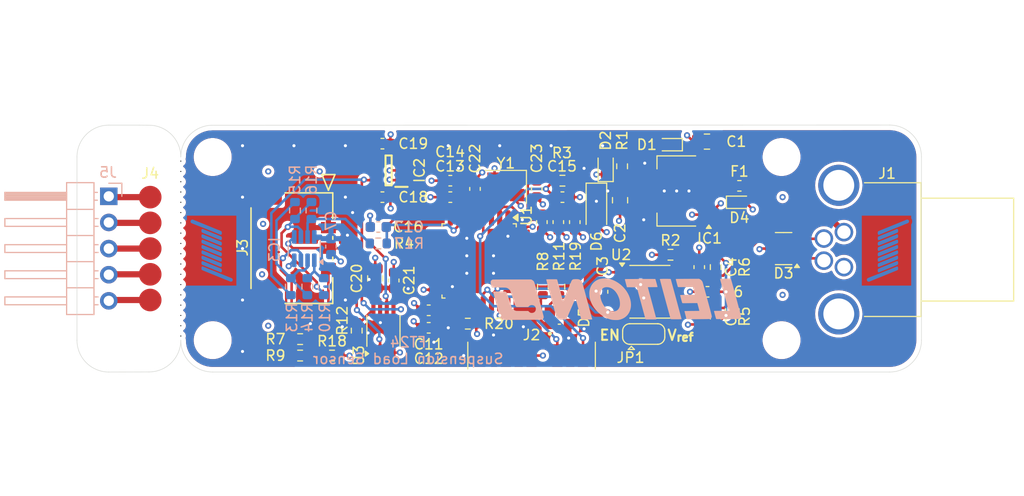
<source format=kicad_pcb>
(kicad_pcb
	(version 20240108)
	(generator "pcbnew")
	(generator_version "8.0")
	(general
		(thickness 1.6)
		(legacy_teardrops no)
	)
	(paper "A4")
	(layers
		(0 "F.Cu" signal)
		(1 "In1.Cu" signal)
		(2 "In2.Cu" signal)
		(31 "B.Cu" signal)
		(32 "B.Adhes" user "B.Adhesive")
		(33 "F.Adhes" user "F.Adhesive")
		(34 "B.Paste" user)
		(35 "F.Paste" user)
		(36 "B.SilkS" user "B.Silkscreen")
		(37 "F.SilkS" user "F.Silkscreen")
		(38 "B.Mask" user)
		(39 "F.Mask" user)
		(40 "Dwgs.User" user "User.Drawings")
		(41 "Cmts.User" user "User.Comments")
		(42 "Eco1.User" user "User.Eco1")
		(43 "Eco2.User" user "User.Eco2")
		(44 "Edge.Cuts" user)
		(45 "Margin" user)
		(46 "B.CrtYd" user "B.Courtyard")
		(47 "F.CrtYd" user "F.Courtyard")
		(48 "B.Fab" user)
		(49 "F.Fab" user)
		(50 "User.1" user)
		(51 "User.2" user)
		(52 "User.3" user)
		(53 "User.4" user)
		(54 "User.5" user)
		(55 "User.6" user)
		(56 "User.7" user)
		(57 "User.8" user)
		(58 "User.9" user)
	)
	(setup
		(stackup
			(layer "F.SilkS"
				(type "Top Silk Screen")
			)
			(layer "F.Paste"
				(type "Top Solder Paste")
			)
			(layer "F.Mask"
				(type "Top Solder Mask")
				(thickness 0.01)
			)
			(layer "F.Cu"
				(type "copper")
				(thickness 0.035)
			)
			(layer "dielectric 1"
				(type "prepreg")
				(thickness 0.1)
				(material "FR4")
				(epsilon_r 4.5)
				(loss_tangent 0.02)
			)
			(layer "In1.Cu"
				(type "copper")
				(thickness 0.035)
			)
			(layer "dielectric 2"
				(type "core")
				(thickness 1.24)
				(material "FR4")
				(epsilon_r 4.5)
				(loss_tangent 0.02)
			)
			(layer "In2.Cu"
				(type "copper")
				(thickness 0.035)
			)
			(layer "dielectric 3"
				(type "prepreg")
				(thickness 0.1)
				(material "FR4")
				(epsilon_r 4.5)
				(loss_tangent 0.02)
			)
			(layer "B.Cu"
				(type "copper")
				(thickness 0.035)
			)
			(layer "B.Mask"
				(type "Bottom Solder Mask")
				(thickness 0.01)
			)
			(layer "B.Paste"
				(type "Bottom Solder Paste")
			)
			(layer "B.SilkS"
				(type "Bottom Silk Screen")
			)
			(copper_finish "None")
			(dielectric_constraints no)
		)
		(pad_to_mask_clearance 0)
		(allow_soldermask_bridges_in_footprints no)
		(pcbplotparams
			(layerselection 0x00010fc_ffffffff)
			(plot_on_all_layers_selection 0x0000000_00000000)
			(disableapertmacros no)
			(usegerberextensions no)
			(usegerberattributes yes)
			(usegerberadvancedattributes yes)
			(creategerberjobfile yes)
			(dashed_line_dash_ratio 12.000000)
			(dashed_line_gap_ratio 3.000000)
			(svgprecision 4)
			(plotframeref no)
			(viasonmask no)
			(mode 1)
			(useauxorigin no)
			(hpglpennumber 1)
			(hpglpenspeed 20)
			(hpglpendiameter 15.000000)
			(pdf_front_fp_property_popups yes)
			(pdf_back_fp_property_popups yes)
			(dxfpolygonmode yes)
			(dxfimperialunits yes)
			(dxfusepcbnewfont yes)
			(psnegative no)
			(psa4output no)
			(plotreference yes)
			(plotvalue yes)
			(plotfptext yes)
			(plotinvisibletext no)
			(sketchpadsonfab no)
			(subtractmaskfromsilk no)
			(outputformat 1)
			(mirror no)
			(drillshape 1)
			(scaleselection 1)
			(outputdirectory "")
		)
	)
	(net 0 "")
	(net 1 "+12V")
	(net 2 "GND")
	(net 3 "+3V3")
	(net 4 "/CANH")
	(net 5 "/CANL")
	(net 6 "/NRST")
	(net 7 "/V_{x}")
	(net 8 "Net-(D2-A)")
	(net 9 "Net-(JP1-C)")
	(net 10 "Net-(U2-Rs)")
	(net 11 "/V_{out,x}")
	(net 12 "/V_{y}")
	(net 13 "unconnected-(U1-PA3-Pad9)")
	(net 14 "unconnected-(U1-PB0-Pad14)")
	(net 15 "unconnected-(U1-PA15-Pad25)")
	(net 16 "/OSC_OUT")
	(net 17 "unconnected-(U1-PA6-Pad12)")
	(net 18 "unconnected-(U1-PB4-Pad27)")
	(net 19 "unconnected-(U1-PA4-Pad10)")
	(net 20 "unconnected-(U1-PB3-Pad26)")
	(net 21 "/SWDIO")
	(net 22 "/SWCLK")
	(net 23 "unconnected-(U1-PB1-Pad15)")
	(net 24 "unconnected-(U1-PA10-Pad20)")
	(net 25 "unconnected-(U1-PA5-Pad11)")
	(net 26 "unconnected-(U1-PB5-Pad28)")
	(net 27 "Net-(D1-K)")
	(net 28 "unconnected-(U1-PA2-Pad8)")
	(net 29 "unconnected-(U1-PA7-Pad13)")
	(net 30 "/OSC_IN")
	(net 31 "unconnected-(U1-PA9-Pad19)")
	(net 32 "/CAN_Rx")
	(net 33 "/CAN_Tx")
	(net 34 "/V_{ref}")
	(net 35 "Net-(D5-RK)")
	(net 36 "/LED_R")
	(net 37 "/LED_G")
	(net 38 "Net-(D5-GK)")
	(net 39 "Net-(D5-BK)")
	(net 40 "/LED_B")
	(net 41 "/V_{can}")
	(net 42 "unconnected-(IC2-NR-Pad5)")
	(net 43 "Net-(U1-PA8)")
	(net 44 "Net-(R12-Pad1)")
	(net 45 "Net-(R12-Pad2)")
	(net 46 "Net-(IC3-Pad1)")
	(net 47 "/Strain_in_b")
	(net 48 "Net-(IC3B--)")
	(net 49 "/V_{out,y}")
	(net 50 "/V_{1}")
	(net 51 "Net-(IC3A--)")
	(net 52 "Net-(J4-Pin_4)")
	(net 53 "Net-(J4-Pin_5)")
	(net 54 "Net-(J4-Pin_3)")
	(net 55 "Net-(J4-Pin_1)")
	(net 56 "Net-(J4-Pin_2)")
	(net 57 "/Strain_out_b")
	(footprint "Capacitor_SMD:C_0603_1608Metric" (layer "F.Cu") (at 133.2 91.9 180))
	(footprint "Resistor_SMD:R_0603_1608Metric" (layer "F.Cu") (at 125.6 104.4))
	(footprint "MountingHole:MountingHole_3.2mm_M3_DIN965" (layer "F.Cu") (at 117.1 102.9))
	(footprint "Capacitor_SMD:C_0603_1608Metric" (layer "F.Cu") (at 133.6 83.8))
	(footprint "Resistor_SMD:R_0603_1608Metric" (layer "F.Cu") (at 156.9 86 90))
	(footprint "Jumper:SolderJumper-3_P1.3mm_Open_RoundedPad1.0x1.5mm" (layer "F.Cu") (at 159 102.305))
	(footprint "Capacitor_SMD:C_0805_2012Metric" (layer "F.Cu") (at 132.9 96.9 90))
	(footprint "Capacitor_SMD:C_0603_1608Metric" (layer "F.Cu") (at 149.1 91.425 -90))
	(footprint "Resistor_SMD:R_0603_1608Metric" (layer "F.Cu") (at 161.6 94.6 180))
	(footprint "SLS:LED_150080M153000" (layer "F.Cu") (at 150.8 100.7 90))
	(footprint "Package_SO:SOIC-8_3.9x4.9mm_P1.27mm" (layer "F.Cu") (at 159.6 98.2))
	(footprint "SLS:spring" (layer "F.Cu") (at 117 94.2))
	(footprint "Resistor_SMD:R_0603_1608Metric" (layer "F.Cu") (at 128.7 104.4))
	(footprint "SLS:Pogo_pins" (layer "F.Cu") (at 111.025 94 -90))
	(footprint "Capacitor_SMD:C_0603_1608Metric" (layer "F.Cu") (at 164.4 95.8 90))
	(footprint "SLS:spring" (layer "F.Cu") (at 182.599071 94.200295 180))
	(footprint "Resistor_SMD:R_0603_1608Metric" (layer "F.Cu") (at 166 100.6 90))
	(footprint "SLS:CON_2053380003" (layer "F.Cu") (at 128.35 91.96035 90))
	(footprint "Capacitor_SMD:C_0603_1608Metric" (layer "F.Cu") (at 138.1 101.7 180))
	(footprint "LED_SMD:LED_0603_1608Metric" (layer "F.Cu") (at 155.3 86 90))
	(footprint "Fuse:Fuse_0603_1608Metric" (layer "F.Cu") (at 168.3 87.9 180))
	(footprint "Connector_PinHeader_1.00mm:PinHeader_1x18_P1.00mm_Vertical" (layer "F.Cu") (at 114 85.5))
	(footprint "MountingHole:MountingHole_3.2mm_M3_DIN965" (layer "F.Cu") (at 172.4 85.1))
	(footprint "Capacitor_SMD:C_0603_1608Metric" (layer "F.Cu") (at 152.3 91.425 -90))
	(footprint "Package_QFP:LQFP-32_7x7mm_P0.8mm" (layer "F.Cu") (at 143 95.2 -90))
	(footprint "Package_TO_SOT_SMD:SOT-223" (layer "F.Cu") (at 162.2 88.4 180))
	(footprint "MountingHole:MountingHole_3.2mm_M3_DIN965" (layer "F.Cu") (at 172.4 102.9))
	(footprint "Capacitor_SMD:C_0603_1608Metric" (layer "F.Cu") (at 148.6 88.2 -90))
	(footprint "Capacitor_SMD:C_0603_1608Metric" (layer "F.Cu") (at 150.7 91.425 -90))
	(footprint "Capacitor_SMD:C_0603_1608Metric" (layer "F.Cu") (at 142.6 88.2 90))
	(footprint "Resistor_SMD:R_0603_1608Metric" (layer "F.Cu") (at 131.1 101.975 90))
	(footprint "Diode_SMD:D_SOD-123" (layer "F.Cu") (at 154.4 90 -90))
	(footprint "Capacitor_SMD:C_0603_1608Metric" (layer "F.Cu") (at 140.2 87.4 180))
	(footprint "FaSTTUBe_connectors:M8_718_4pin_horizontal"
		(layer "F.Cu")
		(uuid "945558dc-ddf2-41fd-b185-f661dec91c4b")
		(at 178.4625 94.1 90)
		(property "Reference" "J1"
			(at 7.4 4.2 0)
			(layer "F.SilkS")
			(uuid "1c9d53c5-8afb-466d-84f5-b22934570f63")
			(effects
				(font
					(size 1 1)
					(thickness 0.15)
				)
			)
		)
		(property "Value" "Conn_01x04"
			(at 0 -7.62 -90)
			(layer "F.Fab")
			(uuid "268ca599-9465-4b05-b817-139ffc7f4235")
			(effects
				(font
					(size 1 1)
					(thickness 0.15)
				)
			)
		)
		(property "Footprint" "FaSTTUBe_connectors:M8_718_4pin_horizontal"
			(at 0 0 90)
			(unlocked yes)
			(layer "F.Fab")
			(hide yes)
			(uuid "f911ecc5-7d07-47c4-a7da-bcab1cd3f5ee")
			(effects
				(font
					(size 1.27 1.27)
				)
			)
		)
		(property "Datasheet" ""
			(at 0 0 90)
			(unlocked yes)
			(layer "F.Fab")
			(hide yes)
			(uuid "65c8b700-be61-47ef-a879-5be765c08a94")
			(effects
				(font
					(size 1.27 1.27)
				)
			)
		)
		(property "Description" "Generic connector, single row, 01x04, script generated (kicad-library-utils/schlib/autogen/connector/)"
			(at 0 0 90)
			(unlocked yes)
			(layer "F.Fab")
			(hide yes)
			(uuid "37703114-35c8-4550-9d8f-8f8ac9156eb1")
			(effects
				(font
					(size 1.27 1.27)
				)
			)
		)
		(property ki_fp_filters "Connector*:*_1x??_*")
		(path "/3ff9d3ef-332a-4006-8542-6110579b6667")
		(sheetname "Root")
		(sheetfile "FT24-SLS.kicad_sch")
		(attr through_hole)
		(fp_line
			(start 6.5 2)
			(end 6.5 7.5)
			(stroke
				(width 0.12)
				(type solid)
			)
			(layer "F.SilkS")
			(uuid "5da06daf-82d8-4aae-baea-1c5abf34553c")
		)
		(fp_line
			(start 6.5 7.5)
			(end -6.5 7.5)
			(stroke
				(width 0.12)
				(type solid)
			)
			(layer "F.SilkS")
			(uuid "3d3a5a8e-146e-4fe7-93ff-8188226e28e4")
		)
		(fp_line
			(start 5 7.5)
			(end 5 16.5)
			(stroke
				(width 0.12)
				(type solid)
			)
			(layer "F.SilkS")
			(uuid "2c7eff2a-d5b1-4c82-b904-c678b0f7a9b8")
		)
		(fp_line
			(start -6.5 7.5)
			(end -6.5 2)
			(stroke
				(width 0.12)
				(type solid)
			)
			(layer "F.SilkS")
			(uuid "3f9312e0-b2e8-4d36-a108-5f1d8f6fa743")
		)
		(fp_line
			(start 5 16.5)
			(end -5 16.5)
			(stroke
				(width 0.12)
				(type solid)
			)
			(layer "F.SilkS")
			(uuid "138f3ac8-fece-4afa-81eb-9ec2b6ffce92")
		)
		(fp_line
			(start -5 16.5)
			(end -5 7.5)
			(stroke
				(width 0.12)
				(type solid)
			)
			(layer "F.SilkS")
			(uuid "bfb1c690-bae5-4a73-8db6-eaa4616dd838")
		)
		(fp_rect
			(start -8.5 -3)
			(end 8.5 17.5)
			(stroke
				(width 0.05)
				(type solid)
			)
			(fill none)
			(layer "F.CrtYd")
			(uuid "52e6b11e-5a22-4c35-866d-0097bce02a4b")
		)
		(fp_line
			(start 6.5 -3)
			(end -6.5 -3)
			(stroke
				(width 0.1)
				(type solid)
			)
			(layer "F.Fab")
			(uuid "ece195d9-cf1e-444c-aa5f-78a4674c3b23")
		)
		(fp_line
			(start 6.5 7.5)
			(end 6.5 -3)
			(stroke
				(width 0.1)
				(type solid)
			)
			(layer "F.Fab")
			(uuid "7a4f4897-d808-4061-ab50-4a7a436bd1d3")
		)
		(fp_line
			(start 5 7.5)
			(end 6.5 7.5)
			(stroke
				(width 0.1)
				(type solid)
			)
			(layer "F.Fab")
			(uuid "afe0e284-e8bb-433f-b2c1-68f9f13441d1")
		)
		(fp_line
			(start -5 7.5)
			(end -6.5 7.5)
			(stroke
				(width 0.1)
				(type solid)
			)
			(layer "F.Fab")
			(uuid "91a0d5d2-594b-48a0-ac56-9b12d0a08f7e")
		)
		(fp_line
			(start -5 7.5)
			(end -5 16.5)
			(stroke
				(width 0.1)
				(type solid)
			)
			(layer "F.Fab")
			(uuid "7e181ab4-8dce-4c1d-a609-8f933bee20bc")
		)
		(fp_line
			(start -6.5 7.5)
			(end -6.5 -3)
			(stroke
				(width 0.1)
				(type solid)
			)
			(layer "F.Fab")
			(uuid "1df93e57-14cf-4973-b0ae-715f4c584ba3")
		)
		(fp_line
			(start -5 8.5)
			(end 5 8.5)
			(stroke
				(width 0.1)
				(type solid)
			)
			(laye
... [790159 chars truncated]
</source>
